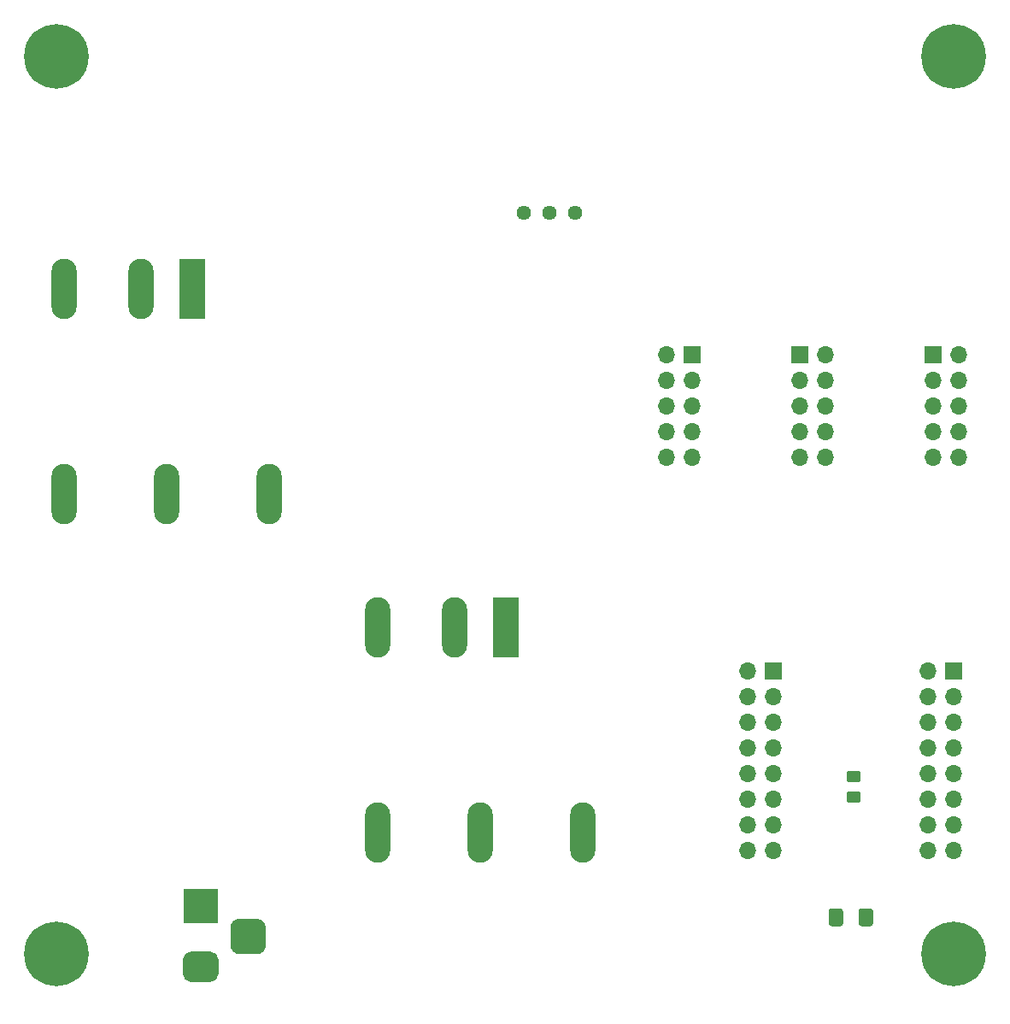
<source format=gbr>
G04 #@! TF.GenerationSoftware,KiCad,Pcbnew,(5.1.9)-1*
G04 #@! TF.CreationDate,2021-02-07T14:36:27+03:00*
G04 #@! TF.ProjectId,017_VIP_Elsiel,3031375f-5649-4505-9f45-6c7369656c2e,rev?*
G04 #@! TF.SameCoordinates,Original*
G04 #@! TF.FileFunction,Soldermask,Bot*
G04 #@! TF.FilePolarity,Negative*
%FSLAX46Y46*%
G04 Gerber Fmt 4.6, Leading zero omitted, Abs format (unit mm)*
G04 Created by KiCad (PCBNEW (5.1.9)-1) date 2021-02-07 14:36:27*
%MOMM*%
%LPD*%
G01*
G04 APERTURE LIST*
%ADD10C,6.400000*%
%ADD11C,0.800000*%
%ADD12R,3.500000X3.500000*%
%ADD13O,1.700000X1.700000*%
%ADD14R,1.700000X1.700000*%
%ADD15C,1.440000*%
%ADD16O,2.500000X6.000000*%
%ADD17R,2.500000X6.000000*%
G04 APERTURE END LIST*
D10*
X177800000Y-58420000D03*
D11*
X177800000Y-56020000D03*
X179497056Y-56722944D03*
X180200000Y-58420000D03*
X179497056Y-60117056D03*
X177800000Y-60820000D03*
X176102944Y-60117056D03*
X175400000Y-58420000D03*
X176102944Y-56722944D03*
D10*
X88900000Y-58420000D03*
D11*
X86500000Y-58420000D03*
X87202944Y-56722944D03*
X88900000Y-56020000D03*
X90597056Y-56722944D03*
X91300000Y-58420000D03*
X90597056Y-60117056D03*
X88900000Y-60820000D03*
X87202944Y-60117056D03*
D10*
X88900000Y-147320000D03*
D11*
X88900000Y-149720000D03*
X87202944Y-149017056D03*
X86500000Y-147320000D03*
X87202944Y-145622944D03*
X88900000Y-144920000D03*
X90597056Y-145622944D03*
X91300000Y-147320000D03*
X90597056Y-149017056D03*
X179497056Y-145622944D03*
X177800000Y-144920000D03*
X176102944Y-145622944D03*
X175400000Y-147320000D03*
X176102944Y-149017056D03*
X177800000Y-149720000D03*
X179497056Y-149017056D03*
X180200000Y-147320000D03*
D10*
X177800000Y-147320000D03*
D12*
X103200000Y-142625000D03*
G36*
G01*
X104200000Y-150125000D02*
X102200000Y-150125000D01*
G75*
G02*
X101450000Y-149375000I0J750000D01*
G01*
X101450000Y-147875000D01*
G75*
G02*
X102200000Y-147125000I750000J0D01*
G01*
X104200000Y-147125000D01*
G75*
G02*
X104950000Y-147875000I0J-750000D01*
G01*
X104950000Y-149375000D01*
G75*
G02*
X104200000Y-150125000I-750000J0D01*
G01*
G37*
G36*
G01*
X108775000Y-147375000D02*
X107025000Y-147375000D01*
G75*
G02*
X106150000Y-146500000I0J875000D01*
G01*
X106150000Y-144750000D01*
G75*
G02*
X107025000Y-143875000I875000J0D01*
G01*
X108775000Y-143875000D01*
G75*
G02*
X109650000Y-144750000I0J-875000D01*
G01*
X109650000Y-146500000D01*
G75*
G02*
X108775000Y-147375000I-875000J0D01*
G01*
G37*
D13*
X178340000Y-98135000D03*
X175800000Y-98135000D03*
X178340000Y-95595000D03*
X175800000Y-95595000D03*
X178340000Y-93055000D03*
X175800000Y-93055000D03*
X178340000Y-90515000D03*
X175800000Y-90515000D03*
X178340000Y-87975000D03*
D14*
X175800000Y-87975000D03*
X162567500Y-87975000D03*
D13*
X165107500Y-87975000D03*
X162567500Y-90515000D03*
X165107500Y-90515000D03*
X162567500Y-93055000D03*
X165107500Y-93055000D03*
X162567500Y-95595000D03*
X165107500Y-95595000D03*
X162567500Y-98135000D03*
X165107500Y-98135000D03*
D14*
X151925000Y-88000000D03*
D13*
X149385000Y-88000000D03*
X151925000Y-90540000D03*
X149385000Y-90540000D03*
X151925000Y-93080000D03*
X149385000Y-93080000D03*
X151925000Y-95620000D03*
X149385000Y-95620000D03*
X151925000Y-98160000D03*
X149385000Y-98160000D03*
X157385000Y-137104999D03*
X159925000Y-137104999D03*
X157385000Y-134564999D03*
X159925000Y-134564999D03*
X157385000Y-132024999D03*
X159925000Y-132024999D03*
X157385000Y-129484999D03*
X159925000Y-129484999D03*
X157385000Y-126944999D03*
X159925000Y-126944999D03*
X157385000Y-124404999D03*
X159925000Y-124404999D03*
X157385000Y-121864999D03*
X159925000Y-121864999D03*
X157385000Y-119324999D03*
D14*
X159925000Y-119324999D03*
X177775000Y-119324999D03*
D13*
X175235000Y-119324999D03*
X177775000Y-121864999D03*
X175235000Y-121864999D03*
X177775000Y-124404999D03*
X175235000Y-124404999D03*
X177775000Y-126944999D03*
X175235000Y-126944999D03*
X177775000Y-129484999D03*
X175235000Y-129484999D03*
X177775000Y-132024999D03*
X175235000Y-132024999D03*
X177775000Y-134564999D03*
X175235000Y-134564999D03*
X177775000Y-137104999D03*
X175235000Y-137104999D03*
G36*
G01*
X169825000Y-143100000D02*
X169825000Y-144350000D01*
G75*
G02*
X169575000Y-144600000I-250000J0D01*
G01*
X168650000Y-144600000D01*
G75*
G02*
X168400000Y-144350000I0J250000D01*
G01*
X168400000Y-143100000D01*
G75*
G02*
X168650000Y-142850000I250000J0D01*
G01*
X169575000Y-142850000D01*
G75*
G02*
X169825000Y-143100000I0J-250000D01*
G01*
G37*
G36*
G01*
X166850000Y-143100000D02*
X166850000Y-144350000D01*
G75*
G02*
X166600000Y-144600000I-250000J0D01*
G01*
X165675000Y-144600000D01*
G75*
G02*
X165425000Y-144350000I0J250000D01*
G01*
X165425000Y-143100000D01*
G75*
G02*
X165675000Y-142850000I250000J0D01*
G01*
X166600000Y-142850000D01*
G75*
G02*
X166850000Y-143100000I0J-250000D01*
G01*
G37*
G36*
G01*
X167449999Y-129200000D02*
X168350001Y-129200000D01*
G75*
G02*
X168600000Y-129449999I0J-249999D01*
G01*
X168600000Y-130100001D01*
G75*
G02*
X168350001Y-130350000I-249999J0D01*
G01*
X167449999Y-130350000D01*
G75*
G02*
X167200000Y-130100001I0J249999D01*
G01*
X167200000Y-129449999D01*
G75*
G02*
X167449999Y-129200000I249999J0D01*
G01*
G37*
G36*
G01*
X167449999Y-131250000D02*
X168350001Y-131250000D01*
G75*
G02*
X168600000Y-131499999I0J-249999D01*
G01*
X168600000Y-132150001D01*
G75*
G02*
X168350001Y-132400000I-249999J0D01*
G01*
X167449999Y-132400000D01*
G75*
G02*
X167200000Y-132150001I0J249999D01*
G01*
X167200000Y-131499999D01*
G75*
G02*
X167449999Y-131250000I249999J0D01*
G01*
G37*
D15*
X140300000Y-73975000D03*
X137760000Y-73975000D03*
X135220000Y-73975000D03*
D16*
X120775000Y-135345000D03*
X141095000Y-135345000D03*
X128395000Y-115025000D03*
D17*
X133475000Y-115025000D03*
D16*
X130935000Y-135345000D03*
X120775000Y-115025000D03*
X89700000Y-81450000D03*
X99860000Y-101770000D03*
D17*
X102400000Y-81450000D03*
D16*
X97320000Y-81450000D03*
X110020000Y-101770000D03*
X89700000Y-101770000D03*
M02*

</source>
